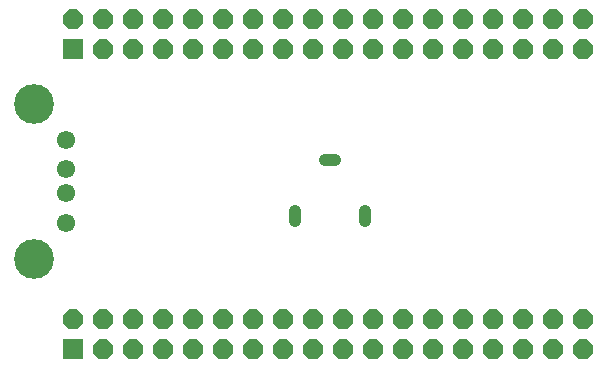
<source format=gbr>
G04 EAGLE Gerber RS-274X export*
G75*
%MOMM*%
%FSLAX34Y34*%
%LPD*%
%INSoldermask Bottom*%
%IPPOS*%
%AMOC8*
5,1,8,0,0,1.08239X$1,22.5*%
G01*
%ADD10R,1.676400X1.676400*%
%ADD11P,1.814519X8X22.500000*%
%ADD12C,1.057200*%
%ADD13C,1.552400*%
%ADD14C,3.372400*%


D10*
X148000Y60700D03*
D11*
X148000Y86100D03*
X173400Y60700D03*
X173400Y86100D03*
X198800Y60700D03*
X198800Y86100D03*
X224200Y60700D03*
X224200Y86100D03*
X249600Y60700D03*
X249600Y86100D03*
X275000Y60700D03*
X275000Y86100D03*
X300400Y60700D03*
X300400Y86100D03*
X325800Y60700D03*
X325800Y86100D03*
X351200Y60700D03*
X351200Y86100D03*
X376600Y60700D03*
X376600Y86100D03*
X402000Y60700D03*
X402000Y86100D03*
X427400Y60700D03*
X427400Y86100D03*
X452800Y60700D03*
X452800Y86100D03*
X478200Y60700D03*
X478200Y86100D03*
X503600Y60700D03*
X503600Y86100D03*
X529000Y60700D03*
X529000Y86100D03*
X554400Y60700D03*
X554400Y86100D03*
X579800Y60700D03*
X579800Y86100D03*
D10*
X148000Y314700D03*
D11*
X148000Y340100D03*
X173400Y314700D03*
X173400Y340100D03*
X198800Y314700D03*
X198800Y340100D03*
X224200Y314700D03*
X224200Y340100D03*
X249600Y314700D03*
X249600Y340100D03*
X275000Y314700D03*
X275000Y340100D03*
X300400Y314700D03*
X300400Y340100D03*
X325800Y314700D03*
X325800Y340100D03*
X351200Y314700D03*
X351200Y340100D03*
X376600Y314700D03*
X376600Y340100D03*
X402000Y314700D03*
X402000Y340100D03*
X427400Y314700D03*
X427400Y340100D03*
X452800Y314700D03*
X452800Y340100D03*
X478200Y314700D03*
X478200Y340100D03*
X503600Y314700D03*
X503600Y340100D03*
X529000Y314700D03*
X529000Y340100D03*
X554400Y314700D03*
X554400Y340100D03*
X579800Y314700D03*
X579800Y340100D03*
D12*
X370284Y220736D02*
X361236Y220736D01*
X335760Y178260D02*
X335760Y169212D01*
X395760Y169212D02*
X395760Y178260D01*
D13*
X142600Y238200D03*
X142600Y213200D03*
X142600Y193200D03*
X142600Y168200D03*
D14*
X115499Y268900D03*
X115499Y137500D03*
M02*

</source>
